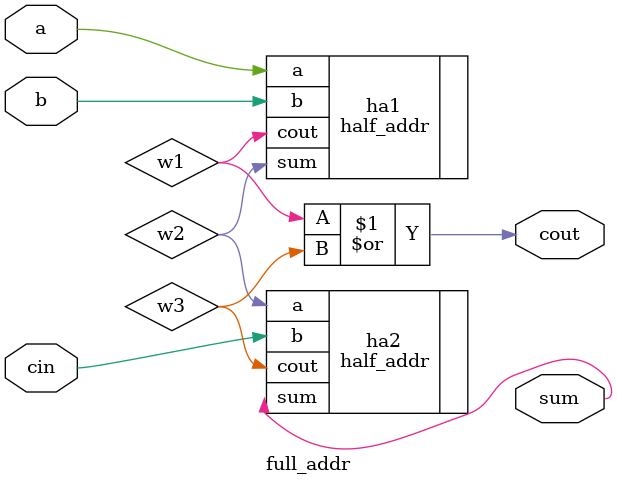
<source format=v>
`timescale 1ns / 1ps
module full_addr(a, b, cin, cout, sum);
    input  a, b, cin;      // inputs
    output cout, sum;      // outputs
    wire   w1, w2, w3, w4; // internal nets
	 
	// Instantiating two half adders
	half_addr ha1(.a(a),.b(b),.cout(w1),.sum(w2));
	half_addr ha2(.a(w2),.b(cin),.cout(w3),.sum(sum));
    or  U1  (cout, w1, w3);
endmodule

</source>
